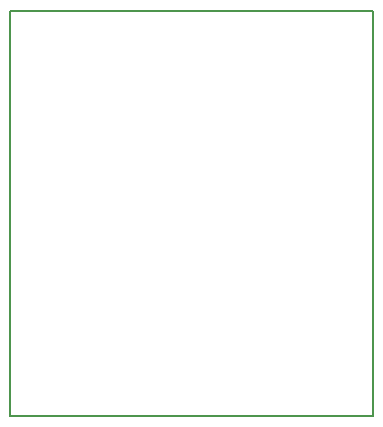
<source format=gbr>
G04 #@! TF.GenerationSoftware,KiCad,Pcbnew,(5.0.1)-4*
G04 #@! TF.CreationDate,2018-12-26T16:50:05+01:00*
G04 #@! TF.ProjectId,EdtrackerDiy,4564747261636B65724469792E6B6963,rev?*
G04 #@! TF.SameCoordinates,Original*
G04 #@! TF.FileFunction,Profile,NP*
%FSLAX46Y46*%
G04 Gerber Fmt 4.6, Leading zero omitted, Abs format (unit mm)*
G04 Created by KiCad (PCBNEW (5.0.1)-4) date 26/12/2018 16:50:05*
%MOMM*%
%LPD*%
G01*
G04 APERTURE LIST*
%ADD10C,0.150000*%
G04 APERTURE END LIST*
D10*
X60706000Y-120396000D02*
X60706000Y-86106000D01*
X91440000Y-120396000D02*
X60706000Y-120396000D01*
X91440000Y-86106000D02*
X91440000Y-120396000D01*
X60706000Y-86106000D02*
X91440000Y-86106000D01*
M02*

</source>
